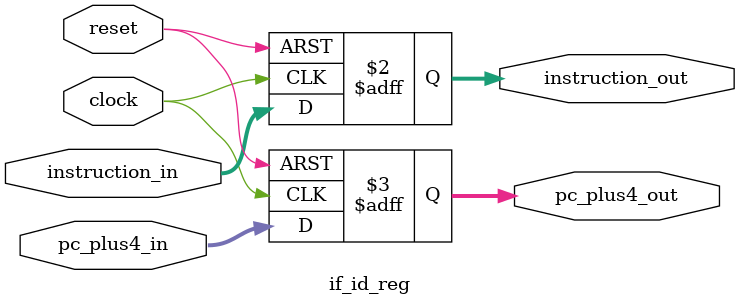
<source format=v>
module if_id_reg (
    input  wire clock,
    input  wire reset,
    input  wire [31:0] instruction_in,
    input  wire [63:0] pc_plus4_in,
    output reg  [31:0] instruction_out,
    output reg  [63:0] pc_plus4_out
);

    always @(posedge clock or posedge reset) begin
        if (reset) begin
            instruction_out <= 32'b0;
            pc_plus4_out   <= 64'b0;
        end else begin
            instruction_out <= instruction_in;
            pc_plus4_out   <= pc_plus4_in;
        end
    end

endmodule
</source>
